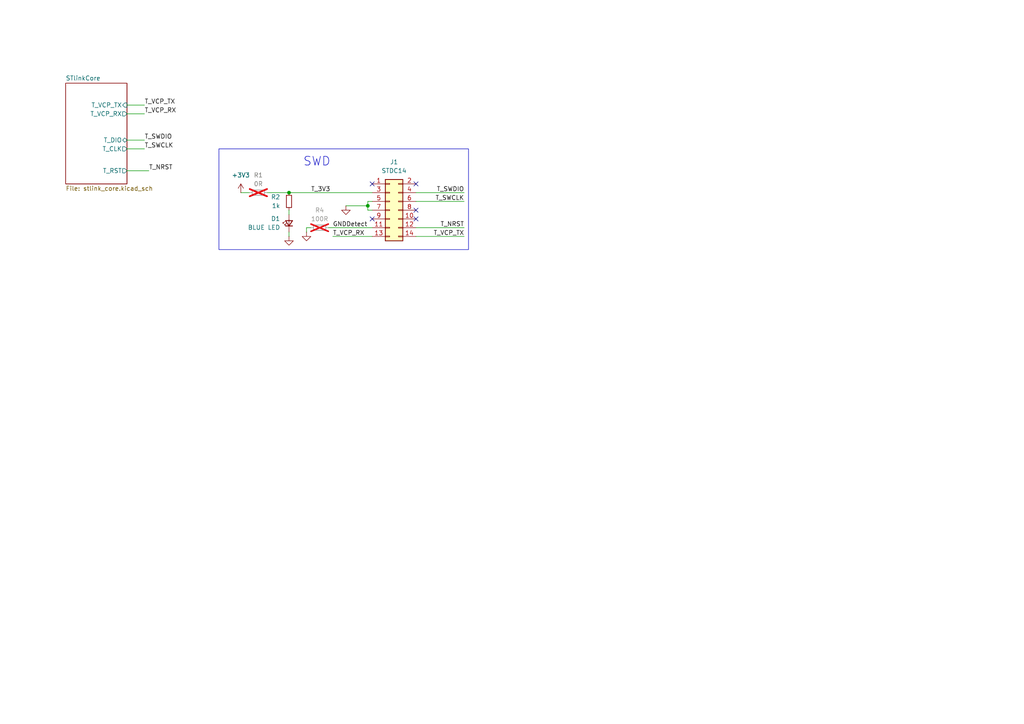
<source format=kicad_sch>
(kicad_sch (version 20231120) (generator "eeschema") (generator_version "8.0")
  (paper "A4")
  (title_block (title "STlink") (date "2025-05-04") (rev "1.0") (company "NTURacing Team") (comment 1 "Jack Kuo"))
  (lib_symbols
    (symbol "Connector_Generic:Conn_02x07_Odd_Even" (pin_names (offset 1.016) hide)
      (property "Reference" "J" (at 1.27 10.16 0))
      (property "Value" "Conn_02x07_Odd_Even" (at 1.27 -10.16 0))
      (symbol "Conn_02x07_Odd_Even_1_1"
        (rectangle (start -1.27 -7.493) (end 0 -7.747) (stroke (width 0.1524)))
        (rectangle (start -1.27 -4.953) (end 0 -5.207) (stroke (width 0.1524)))
        (rectangle (start -1.27 -2.413) (end 0 -2.667) (stroke (width 0.1524)))
        (rectangle (start -1.27 0.127) (end 0 -0.127) (stroke (width 0.1524)))
        (rectangle (start -1.27 2.667) (end 0 2.413) (stroke (width 0.1524)))
        (rectangle (start -1.27 5.207) (end 0 4.953) (stroke (width 0.1524)))
        (rectangle (start -1.27 7.747) (end 0 7.493) (stroke (width 0.1524)))
        (rectangle (start -1.27 8.89) (end 3.81 -8.89) (stroke (width 0.254)) (fill (type background)))
        (rectangle (start 3.81 -7.493) (end 2.54 -7.747) (stroke (width 0.1524)))
        (rectangle (start 3.81 -4.953) (end 2.54 -5.207) (stroke (width 0.1524)))
        (rectangle (start 3.81 -2.413) (end 2.54 -2.667) (stroke (width 0.1524)))
        (rectangle (start 3.81 0.127) (end 2.54 -0.127) (stroke (width 0.1524)))
        (rectangle (start 3.81 2.667) (end 2.54 2.413) (stroke (width 0.1524)))
        (rectangle (start 3.81 5.207) (end 2.54 4.953) (stroke (width 0.1524)))
        (rectangle (start 3.81 7.747) (end 2.54 7.493) (stroke (width 0.1524)))
        (pin passive line (at -5.08 7.62 0) (length 3.81) (name "Pin_1") (number "1"))
        (pin passive line (at 7.62 -2.54 180) (length 3.81) (name "Pin_10") (number "10"))
        (pin passive line (at -5.08 -5.08 0) (length 3.81) (name "Pin_11") (number "11"))
        (pin passive line (at 7.62 -5.08 180) (length 3.81) (name "Pin_12") (number "12"))
        (pin passive line (at -5.08 -7.62 0) (length 3.81) (name "Pin_13") (number "13"))
        (pin passive line (at 7.62 -7.62 180) (length 3.81) (name "Pin_14") (number "14"))
        (pin passive line (at 7.62 7.62 180) (length 3.81) (name "Pin_2") (number "2"))
        (pin passive line (at -5.08 5.08 0) (length 3.81) (name "Pin_3") (number "3"))
        (pin passive line (at 7.62 5.08 180) (length 3.81) (name "Pin_4") (number "4"))
        (pin passive line (at -5.08 2.54 0) (length 3.81) (name "Pin_5") (number "5"))
        (pin passive line (at 7.62 2.54 180) (length 3.81) (name "Pin_6") (number "6"))
        (pin passive line (at -5.08 0 0) (length 3.81) (name "Pin_7") (number "7"))
        (pin passive line (at 7.62 0 180) (length 3.81) (name "Pin_8") (number "8"))
        (pin passive line (at -5.08 -2.54 0) (length 3.81) (name "Pin_9") (number "9"))
      )
    )
    (symbol "Device:LED_Small" (pin_numbers hide) (pin_names (offset 0.254) hide)
      (property "Reference" "D" (at -1.27 3.175 0))
      (property "Value" "LED_Small" (at -4.445 -2.54 0))
      (symbol "LED_Small_0_1"
        (polyline (pts (xy -0.762 -1.016) (xy -0.762 1.016)) (stroke (width 0.254)))
        (polyline (pts (xy 1.016 0) (xy -0.762 0)))
        (polyline (pts (xy 0.762 -1.016) (xy -0.762 0) (xy 0.762 1.016) (xy 0.762 -1.016)) (stroke (width 0.254)))
        (polyline (pts (xy 0 0.762) (xy -0.508 1.27) (xy -0.254 1.27) (xy -0.508 1.27) (xy -0.508 1.016)))
        (polyline (pts (xy 0.508 1.27) (xy 0 1.778) (xy 0.254 1.778) (xy 0 1.778) (xy 0 1.524)))
      )
      (symbol "LED_Small_1_1"
        (pin passive line (at -2.54 0 0) (length 1.778) (name "K") (number "1"))
        (pin passive line (at 2.54 0 180) (length 1.778) (name "A") (number "2"))
      )
    )
    (symbol "Device:R_Small" (pin_numbers hide) (pin_names (offset 0.254) hide)
      (property "Reference" "R" (at 0.762 0.508 0))
      (property "Value" "R_Small" (at 0.762 -1.016 0))
      (symbol "R_Small_0_1"
        (rectangle (start -0.762 1.778) (end 0.762 -1.778) (stroke (width 0.2032)))
      )
      (symbol "R_Small_1_1"
        (pin passive line (at 0 2.54 270) (length 0.762) (name "~") (number "1"))
        (pin passive line (at 0 -2.54 90) (length 0.762) (name "~") (number "2"))
      )
    )
    (symbol "power:+3V3" (power) (pin_numbers hide) (pin_names (offset 0) hide)
      (property "Value" "+3V3" (at 0 3.556 0))
      (symbol "+3V3_0_1"
        (polyline (pts (xy -0.762 1.27) (xy 0 2.54)))
        (polyline (pts (xy 0 0) (xy 0 2.54)))
        (polyline (pts (xy 0 2.54) (xy 0.762 1.27)))
      )
      (symbol "+3V3_1_1"
        (pin power_in line (at 0 0 90) (length 0) (name "~") (number "1"))
      )
    )
    (symbol "power:GND" (power) (pin_numbers hide) (pin_names (offset 0) hide)
      (property "Value" "GND" (at 0 -3.81 0))
      (symbol "GND_0_1"
        (polyline (pts (xy 0 0) (xy 0 -1.27) (xy 1.27 -1.27) (xy 0 -2.54) (xy -1.27 -1.27) (xy 0 -1.27)))
      )
      (symbol "GND_1_1"
        (pin power_in line (at 0 0 270) (length 0) (name "~") (number "1"))
      )
    )
  )
  (junction (at 83.82 55.88))
  (junction (at 106.68 59.69))
  (no_connect (at 120.65 53.34))
  (no_connect (at 120.65 60.96))
  (no_connect (at 107.95 53.34))
  (no_connect (at 107.95 63.5))
  (no_connect (at 120.65 63.5))
  (wire (pts (xy 36.83 40.64) (xy 41.91 40.64)))
  (wire (pts (xy 83.82 68.58) (xy 83.82 67.31)))
  (wire (pts (xy 77.47 55.88) (xy 83.82 55.88)))
  (wire (pts (xy 90.17 66.04) (xy 88.9 66.04)))
  (wire (pts (xy 120.65 55.88) (xy 134.62 55.88)))
  (wire (pts (xy 36.83 49.53) (xy 43.18 49.53)))
  (wire (pts (xy 36.83 30.48) (xy 41.91 30.48)))
  (wire (pts (xy 106.68 58.42) (xy 106.68 59.69)))
  (wire (pts (xy 96.52 68.58) (xy 107.95 68.58)))
  (wire (pts (xy 106.68 59.69) (xy 100.33 59.69)))
  (wire (pts (xy 95.25 66.04) (xy 107.95 66.04)))
  (wire (pts (xy 83.82 60.96) (xy 83.82 62.23)))
  (wire (pts (xy 106.68 60.96) (xy 107.95 60.96)))
  (wire (pts (xy 36.83 43.18) (xy 41.91 43.18)))
  (wire (pts (xy 106.68 59.69) (xy 106.68 60.96)))
  (wire (pts (xy 83.82 55.88) (xy 107.95 55.88)))
  (wire (pts (xy 120.65 68.58) (xy 134.62 68.58)))
  (wire (pts (xy 88.9 66.04) (xy 88.9 67.31)))
  (wire (pts (xy 69.85 55.88) (xy 72.39 55.88)))
  (wire (pts (xy 120.65 58.42) (xy 134.62 58.42)))
  (wire (pts (xy 107.95 58.42) (xy 106.68 58.42)))
  (wire (pts (xy 120.65 66.04) (xy 134.62 66.04)))
  (wire (pts (xy 36.83 33.02) (xy 41.91 33.02)))
  (rectangle (start 63.5 43.18) (end 135.89 72.39))
  (text "SWD" (at 87.884 45.466 0) (effects (font (size 2.54 2.54)) (justify left top)))
  (label "T_SWDIO" (at 134.62 55.88 180))
  (label "GNDDetect" (at 96.52 66.04 0))
  (label "T_SWDIO" (at 41.91 40.64 0))
  (label "T_NRST" (at 134.62 66.04 180))
  (label "T_VCP_RX" (at 96.52 68.58 0))
  (label "T_VCP_TX" (at 41.91 30.48 0))
  (label "T_3V3" (at 90.17 55.88 0))
  (label "T_SWCLK" (at 134.62 58.42 180))
  (label "T_VCP_RX" (at 41.91 33.02 0))
  (label "T_SWCLK" (at 41.91 43.18 0))
  (label "T_VCP_TX" (at 134.62 68.58 180))
  (label "T_NRST" (at 43.18 49.53 0))
  (symbol (lib_id "Device:R_Small") (at 92.71 66.04 90) (unit 1) (in_bom no) (on_board no) (dnp yes)
    (property "Reference" "R4" (at 92.71 60.96 90))
    (property "Value" "100R" (at 92.71 63.5 90))
    (property "Footprint" "Resistor_SMD:R_0603_1608Metric" (effects (hide yes)))
    (property "Description" "Resistor, small symbol" (effects (hide yes)))
  )
  (symbol (lib_id "power:+3V3") (at 69.85 55.88 0) (unit 1)
    (property "Reference" "#PWR01" (effects (hide yes)))
    (property "Value" "+3V3" (at 69.85 50.8 0))
    (property "Description" "Power symbol creates a global label with name \"+3V3\"" (effects (hide yes)))
  )
  (symbol (lib_id "power:GND") (at 88.9 67.31 0) (unit 1)
    (property "Reference" "#PWR08" (effects (hide yes)))
    (property "Value" "GND" (effects (hide yes)))
    (property "Description" "Power symbol creates a global label with name \"GND\" , ground" (effects (hide yes)))
  )
  (symbol (lib_id "Device:R_Small") (at 83.82 58.42 0) (mirror y) (unit 1)
    (property "Reference" "R2" (at 81.28 57.15 0) (effects (justify left)))
    (property "Value" "1k" (at 81.28 59.69 0) (effects (justify left)))
    (property "Footprint" "Resistor_SMD:R_0402_1005Metric" (effects (hide yes)))
    (property "Description" "Resistor, small symbol" (effects (hide yes)))
  )
  (symbol (lib_id "Device:LED_Small") (at 83.82 64.77 90) (unit 1)
    (property "Reference" "D1" (at 81.28 63.4364 90) (effects (justify left)))
    (property "Value" "BLUE LED" (at 81.28 65.9764 90) (effects (justify left)))
    (property "Footprint" "LED_SMD:LED_0603_1608Metric" (effects (hide yes)))
    (property "Description" "Light emitting diode, small symbol" (effects (hide yes)))
  )
  (symbol (lib_id "power:GND") (at 100.33 59.69 0) (unit 1)
    (property "Reference" "#PWR04" (effects (hide yes)))
    (property "Value" "GND" (effects (hide yes)))
    (property "Description" "Power symbol creates a global label with name \"GND\" , ground" (effects (hide yes)))
  )
  (symbol (lib_id "Device:R_Small") (at 74.93 55.88 90) (unit 1) (dnp yes)
    (property "Reference" "R1" (at 74.93 50.8 90))
    (property "Value" "0R" (at 74.93 53.34 90))
    (property "Footprint" "Resistor_SMD:R_0402_1005Metric" (effects (hide yes)))
    (property "Description" "Resistor, small symbol" (effects (hide yes)))
  )
  (symbol (lib_id "Connector_Generic:Conn_02x07_Odd_Even") (at 113.03 60.96 0) (unit 1)
    (property "Reference" "J1" (at 114.3 46.99 0))
    (property "Value" "STDC14" (at 114.3 49.53 0))
    (property "Footprint" "nturt_kicad_lib_EP6:box_header_14P_pitch127" (effects (hide yes)))
    (property "Description" "Generic connector, double row, 02x07, odd/even pin numbering scheme (row 1 odd numbers, row 2 even numbers), script generated (kicad-library-utils/schlib/autogen/connector/)" (effects (hide yes)))
  )
  (symbol (lib_id "power:GND") (at 83.82 68.58 0) (mirror y) (unit 1)
    (property "Reference" "#PWR09" (effects (hide yes)))
    (property "Value" "GND" (effects (hide yes)))
    (property "Description" "Power symbol creates a global label with name \"GND\" , ground" (effects (hide yes)))
  )
  (sheet (at 19.05 24.13) (size 17.78 29.21) (stroke (width 0.1524))
    (property "Sheetname" "STlinkCore" (at 19.05 23.4184 0) (effects (justify left bottom)))
    (property "Sheetfile" "stlink_core.kicad_sch" (at 19.05 53.9246 0) (effects (justify left top)))
    (pin "T_RST" output (at 36.83 49.53 0))
    (pin "T_VCP_RX" output (at 36.83 33.02 0))
    (pin "T_CLK" output (at 36.83 43.18 0))
    (pin "T_DIO" bidirectional (at 36.83 40.64 0))
    (pin "T_VCP_TX" input (at 36.83 30.48 0))
  )
)
</source>
